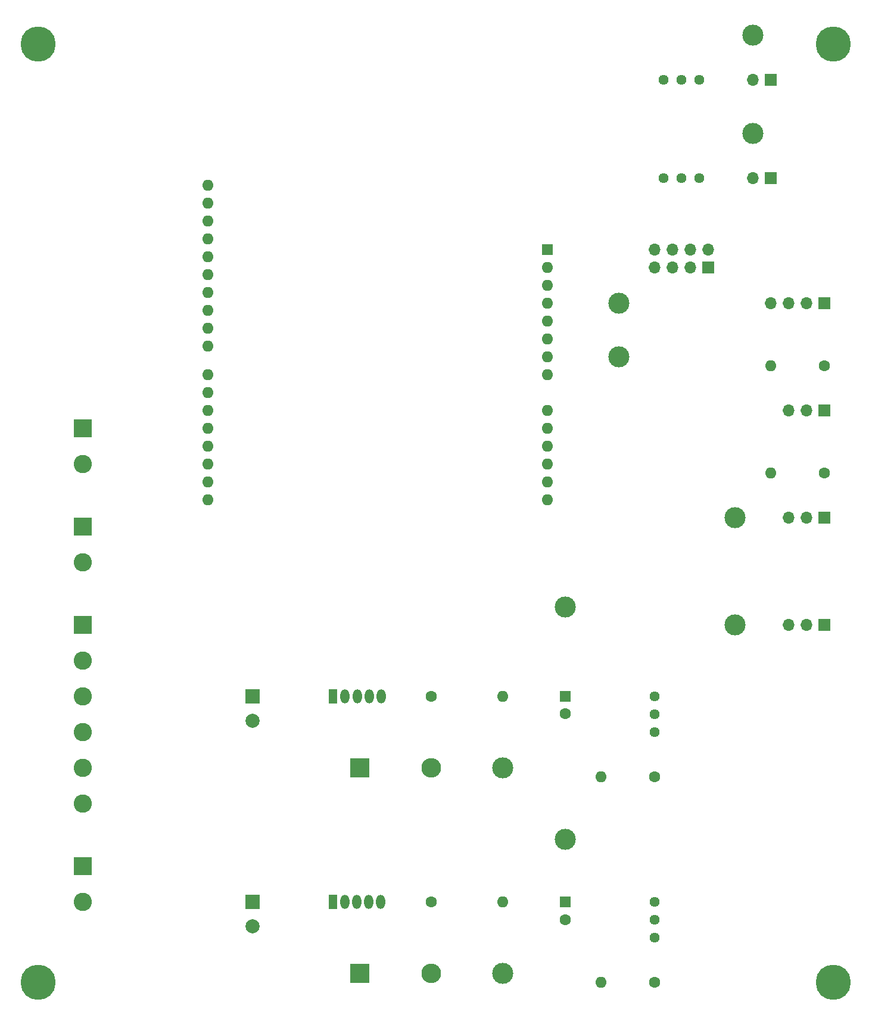
<source format=gbr>
%TF.GenerationSoftware,KiCad,Pcbnew,(5.1.9)-1*%
%TF.CreationDate,2021-10-02T12:50:20-07:00*%
%TF.ProjectId,Solar Powered Weather Station,536f6c61-7220-4506-9f77-657265642057,rev?*%
%TF.SameCoordinates,Original*%
%TF.FileFunction,Soldermask,Top*%
%TF.FilePolarity,Negative*%
%FSLAX46Y46*%
G04 Gerber Fmt 4.6, Leading zero omitted, Abs format (unit mm)*
G04 Created by KiCad (PCBNEW (5.1.9)-1) date 2021-10-02 12:50:20*
%MOMM*%
%LPD*%
G01*
G04 APERTURE LIST*
%ADD10R,1.700000X1.700000*%
%ADD11O,1.700000X1.700000*%
%ADD12O,1.600000X1.600000*%
%ADD13R,1.600000X1.600000*%
%ADD14C,3.000000*%
%ADD15C,2.000000*%
%ADD16R,2.000000X2.000000*%
%ADD17C,1.600000*%
%ADD18R,2.800000X2.800000*%
%ADD19O,2.800000X2.800000*%
%ADD20C,1.440000*%
%ADD21R,1.275000X2.000000*%
%ADD22O,1.275000X2.000000*%
%ADD23R,2.600000X2.600000*%
%ADD24C,2.600000*%
%ADD25C,5.000000*%
G04 APERTURE END LIST*
D10*
%TO.C,J4*%
X120650000Y-55880000D03*
D11*
X120650000Y-53340000D03*
X118110000Y-55880000D03*
X118110000Y-53340000D03*
X115570000Y-55880000D03*
X115570000Y-53340000D03*
X113030000Y-55880000D03*
X113030000Y-53340000D03*
%TD*%
D12*
%TO.C,A1*%
X49530000Y-44200000D03*
X49530000Y-46740000D03*
D13*
X97790000Y-53340000D03*
D12*
X49530000Y-83820000D03*
X97790000Y-55880000D03*
X49530000Y-81280000D03*
X97790000Y-58420000D03*
X49530000Y-78740000D03*
X97790000Y-60960000D03*
X49530000Y-76200000D03*
X97790000Y-63500000D03*
X49530000Y-73660000D03*
X97790000Y-66040000D03*
X49530000Y-71120000D03*
X97790000Y-68580000D03*
X49530000Y-67060000D03*
X97790000Y-71120000D03*
X49530000Y-64520000D03*
X97790000Y-76200000D03*
X49530000Y-61980000D03*
X97790000Y-78740000D03*
X49530000Y-59440000D03*
X97790000Y-81280000D03*
X49530000Y-56900000D03*
X97790000Y-83820000D03*
X49530000Y-54360000D03*
X97790000Y-86360000D03*
X49530000Y-51820000D03*
X97790000Y-88900000D03*
X49530000Y-49280000D03*
X49530000Y-88900000D03*
X49530000Y-86360000D03*
%TD*%
D10*
%TO.C,J9*%
X137160000Y-106680000D03*
D11*
X134620000Y-106680000D03*
X132080000Y-106680000D03*
%TD*%
D14*
%TO.C,TP10*%
X124460000Y-106680000D03*
%TD*%
D15*
%TO.C,C1*%
X55880000Y-120340000D03*
D16*
X55880000Y-116840000D03*
%TD*%
D17*
%TO.C,C2*%
X100330000Y-119340000D03*
D13*
X100330000Y-116840000D03*
%TD*%
D16*
%TO.C,C3*%
X55880000Y-146050000D03*
D15*
X55880000Y-149550000D03*
%TD*%
D13*
%TO.C,C4*%
X100330000Y-146090000D03*
D17*
X100330000Y-148590000D03*
%TD*%
D18*
%TO.C,D1*%
X71120000Y-127000000D03*
D19*
X81280000Y-127000000D03*
%TD*%
%TO.C,D2*%
X81280000Y-156210000D03*
D18*
X71120000Y-156210000D03*
%TD*%
D10*
%TO.C,J6*%
X137160000Y-60960000D03*
D11*
X134620000Y-60960000D03*
X132080000Y-60960000D03*
X129540000Y-60960000D03*
%TD*%
%TO.C,J7*%
X132080000Y-76200000D03*
X134620000Y-76200000D03*
D10*
X137160000Y-76200000D03*
%TD*%
%TO.C,J8*%
X137160000Y-91440000D03*
D11*
X134620000Y-91440000D03*
X132080000Y-91440000D03*
%TD*%
D12*
%TO.C,L1*%
X91440000Y-116840000D03*
D17*
X81280000Y-116840000D03*
%TD*%
D12*
%TO.C,R3*%
X105410000Y-128270000D03*
D17*
X113030000Y-128270000D03*
%TD*%
D12*
%TO.C,R6*%
X129540000Y-85090000D03*
D17*
X137160000Y-85090000D03*
%TD*%
D20*
%TO.C,RV1*%
X113030000Y-121920000D03*
X113030000Y-119380000D03*
X113030000Y-116840000D03*
%TD*%
%TO.C,RV2*%
X119380000Y-29210000D03*
X116840000Y-29210000D03*
X114300000Y-29210000D03*
%TD*%
%TO.C,RV3*%
X114300000Y-43180000D03*
X116840000Y-43180000D03*
X119380000Y-43180000D03*
%TD*%
D14*
%TO.C,TP1*%
X107950000Y-68580000D03*
%TD*%
%TO.C,TP2*%
X107950000Y-60960000D03*
%TD*%
%TO.C,TP3*%
X91440000Y-127000000D03*
%TD*%
%TO.C,TP4*%
X100330000Y-104140000D03*
%TD*%
%TO.C,TP5*%
X127000000Y-22860000D03*
%TD*%
%TO.C,TP6*%
X127000000Y-36830000D03*
%TD*%
%TO.C,TP7*%
X91440000Y-156210000D03*
%TD*%
%TO.C,TP8*%
X100330000Y-137160000D03*
%TD*%
%TO.C,TP9*%
X124460000Y-91440000D03*
%TD*%
D21*
%TO.C,U1*%
X67310000Y-116840000D03*
D22*
X69010000Y-116840000D03*
X70710000Y-116840000D03*
X72410000Y-116840000D03*
X74110000Y-116840000D03*
%TD*%
D17*
%TO.C,L2*%
X81280000Y-146050000D03*
D12*
X91440000Y-146050000D03*
%TD*%
%TO.C,R4*%
X105410000Y-157480000D03*
D17*
X113030000Y-157480000D03*
%TD*%
%TO.C,R5*%
X137160000Y-69850000D03*
D12*
X129540000Y-69850000D03*
%TD*%
D20*
%TO.C,RV4*%
X113030000Y-151130000D03*
X113030000Y-148590000D03*
X113030000Y-146050000D03*
%TD*%
D21*
%TO.C,U2*%
X67290000Y-146050000D03*
D22*
X68990000Y-146050000D03*
X70690000Y-146050000D03*
X72390000Y-146050000D03*
X74090000Y-146050000D03*
%TD*%
D23*
%TO.C,J1*%
X31750000Y-106680000D03*
D24*
X31750000Y-111760000D03*
X31750000Y-116840000D03*
X31750000Y-121920000D03*
X31750000Y-127000000D03*
X31750000Y-132080000D03*
%TD*%
D23*
%TO.C,J2*%
X31750000Y-92710000D03*
D24*
X31750000Y-97790000D03*
%TD*%
%TO.C,J3*%
X31750000Y-83820000D03*
D23*
X31750000Y-78740000D03*
%TD*%
%TO.C,J5*%
X31750000Y-140970000D03*
D24*
X31750000Y-146050000D03*
%TD*%
D25*
%TO.C,H1*%
X25400000Y-24130000D03*
%TD*%
%TO.C,H2*%
X138430000Y-24130000D03*
%TD*%
%TO.C,H3*%
X25400000Y-157480000D03*
%TD*%
%TO.C,H4*%
X138430000Y-157480000D03*
%TD*%
D10*
%TO.C,R1*%
X129540000Y-29210000D03*
D11*
X127000000Y-29210000D03*
%TD*%
%TO.C,R2*%
X127000000Y-43180000D03*
D10*
X129540000Y-43180000D03*
%TD*%
M02*

</source>
